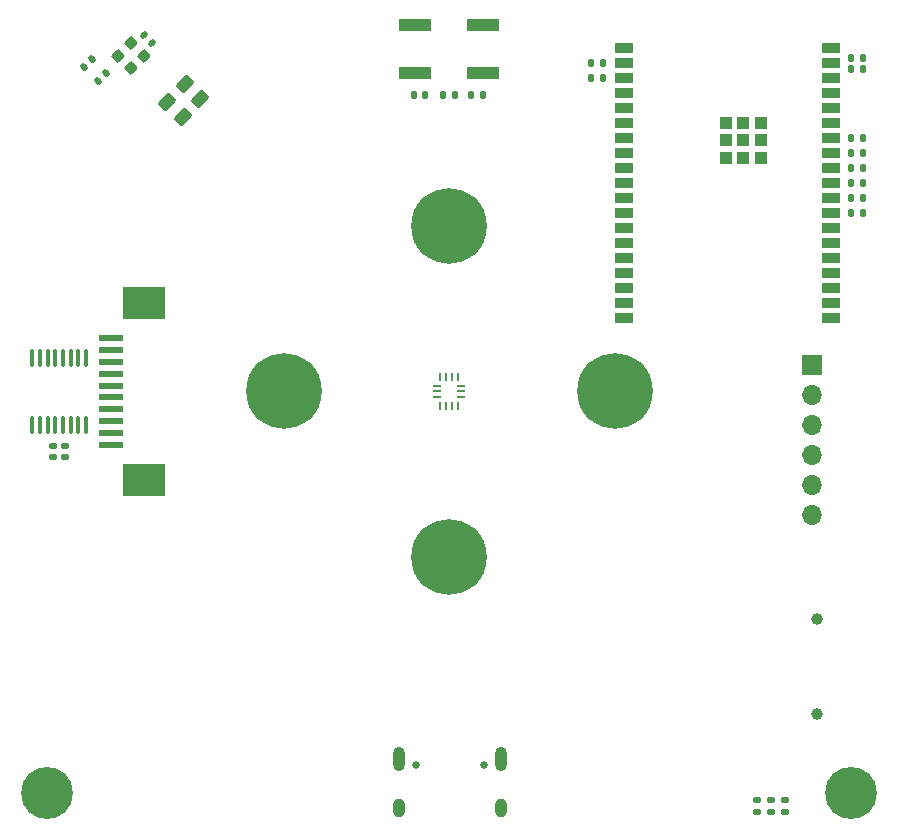
<source format=gbr>
%TF.GenerationSoftware,KiCad,Pcbnew,(6.0.4)*%
%TF.CreationDate,2022-07-20T18:14:02+08:00*%
%TF.ProjectId,SmartKnob_Main,536d6172-744b-46e6-9f62-5f4d61696e2e,rev?*%
%TF.SameCoordinates,Original*%
%TF.FileFunction,Soldermask,Bot*%
%TF.FilePolarity,Negative*%
%FSLAX46Y46*%
G04 Gerber Fmt 4.6, Leading zero omitted, Abs format (unit mm)*
G04 Created by KiCad (PCBNEW (6.0.4)) date 2022-07-20 18:14:02*
%MOMM*%
%LPD*%
G01*
G04 APERTURE LIST*
G04 Aperture macros list*
%AMRoundRect*
0 Rectangle with rounded corners*
0 $1 Rounding radius*
0 $2 $3 $4 $5 $6 $7 $8 $9 X,Y pos of 4 corners*
0 Add a 4 corners polygon primitive as box body*
4,1,4,$2,$3,$4,$5,$6,$7,$8,$9,$2,$3,0*
0 Add four circle primitives for the rounded corners*
1,1,$1+$1,$2,$3*
1,1,$1+$1,$4,$5*
1,1,$1+$1,$6,$7*
1,1,$1+$1,$8,$9*
0 Add four rect primitives between the rounded corners*
20,1,$1+$1,$2,$3,$4,$5,0*
20,1,$1+$1,$4,$5,$6,$7,0*
20,1,$1+$1,$6,$7,$8,$9,0*
20,1,$1+$1,$8,$9,$2,$3,0*%
G04 Aperture macros list end*
%ADD10C,0.800000*%
%ADD11C,6.400000*%
%ADD12C,4.400000*%
%ADD13C,0.700000*%
%ADD14C,1.000000*%
%ADD15C,0.650000*%
%ADD16O,1.000000X1.600000*%
%ADD17O,1.000000X2.100000*%
%ADD18R,1.700000X1.700000*%
%ADD19O,1.700000X1.700000*%
%ADD20RoundRect,0.135000X-0.135000X-0.185000X0.135000X-0.185000X0.135000X0.185000X-0.135000X0.185000X0*%
%ADD21R,1.500000X0.900000*%
%ADD22R,1.050000X1.050000*%
%ADD23RoundRect,0.225000X0.335876X0.017678X0.017678X0.335876X-0.335876X-0.017678X-0.017678X-0.335876X0*%
%ADD24RoundRect,0.140000X-0.170000X0.140000X-0.170000X-0.140000X0.170000X-0.140000X0.170000X0.140000X0*%
%ADD25RoundRect,0.100000X-0.100000X0.637500X-0.100000X-0.637500X0.100000X-0.637500X0.100000X0.637500X0*%
%ADD26RoundRect,0.140000X0.021213X-0.219203X0.219203X-0.021213X-0.021213X0.219203X-0.219203X0.021213X0*%
%ADD27RoundRect,0.250000X0.503814X0.132583X0.132583X0.503814X-0.503814X-0.132583X-0.132583X-0.503814X0*%
%ADD28RoundRect,0.135000X0.135000X0.185000X-0.135000X0.185000X-0.135000X-0.185000X0.135000X-0.185000X0*%
%ADD29RoundRect,0.135000X-0.185000X0.135000X-0.185000X-0.135000X0.185000X-0.135000X0.185000X0.135000X0*%
%ADD30R,2.000000X0.610000*%
%ADD31R,3.600000X2.680000*%
%ADD32R,0.250000X0.675000*%
%ADD33R,0.675000X0.250000*%
%ADD34RoundRect,0.140000X-0.021213X0.219203X-0.219203X0.021213X0.021213X-0.219203X0.219203X-0.021213X0*%
%ADD35RoundRect,0.140000X0.170000X-0.140000X0.170000X0.140000X-0.170000X0.140000X-0.170000X-0.140000X0*%
%ADD36RoundRect,0.140000X0.219203X0.021213X0.021213X0.219203X-0.219203X-0.021213X-0.021213X-0.219203X0*%
%ADD37R,2.750000X1.000000*%
%ADD38RoundRect,0.140000X0.140000X0.170000X-0.140000X0.170000X-0.140000X-0.170000X0.140000X-0.170000X0*%
%ADD39RoundRect,0.140000X-0.140000X-0.170000X0.140000X-0.170000X0.140000X0.170000X-0.140000X0.170000X0*%
G04 APERTURE END LIST*
D10*
%TO.C,H4*%
X171697056Y-79302944D03*
X170000000Y-83400000D03*
X172400000Y-81000000D03*
D11*
X170000000Y-81000000D03*
D10*
X167600000Y-81000000D03*
X171697056Y-82697056D03*
X170000000Y-78600000D03*
X168302944Y-79302944D03*
X168302944Y-82697056D03*
%TD*%
%TO.C,H5*%
X182302944Y-93302944D03*
X185697056Y-93302944D03*
X184000000Y-92600000D03*
X184000000Y-97400000D03*
X185697056Y-96697056D03*
X186400000Y-95000000D03*
D11*
X184000000Y-95000000D03*
D10*
X182302944Y-96697056D03*
X181600000Y-95000000D03*
%TD*%
D12*
%TO.C,H1*%
X203955094Y-129000000D03*
D13*
X202788368Y-127833274D03*
X205605094Y-129000000D03*
X205121820Y-127833274D03*
X203955094Y-127350000D03*
X205121820Y-130166726D03*
X202788368Y-130166726D03*
X202305094Y-129000000D03*
X203955094Y-130650000D03*
%TD*%
%TO.C,H2*%
X134305094Y-129000000D03*
D12*
X135955094Y-129000000D03*
D13*
X137605094Y-129000000D03*
X137121820Y-130166726D03*
X135955094Y-127350000D03*
X137121820Y-127833274D03*
X134788368Y-127833274D03*
X135955094Y-130650000D03*
X134788368Y-130166726D03*
%TD*%
D14*
%TO.C,J2*%
X201075094Y-122275000D03*
X201075094Y-114275000D03*
%TD*%
D10*
%TO.C,H6*%
X157697056Y-93302944D03*
X158400000Y-95000000D03*
X156000000Y-92600000D03*
X156000000Y-97400000D03*
D11*
X156000000Y-95000000D03*
D10*
X154302944Y-93302944D03*
X157697056Y-96697056D03*
X154302944Y-96697056D03*
X153600000Y-95000000D03*
%TD*%
D15*
%TO.C,J1*%
X172940000Y-126595000D03*
X167160000Y-126595000D03*
D16*
X174370000Y-130275000D03*
D17*
X165730000Y-126095000D03*
D16*
X165730000Y-130275000D03*
D17*
X174370000Y-126095000D03*
%TD*%
D18*
%TO.C,J5*%
X200655094Y-92740000D03*
D19*
X200655094Y-95280000D03*
X200655094Y-97820000D03*
X200655094Y-100360000D03*
X200655094Y-102900000D03*
X200655094Y-105440000D03*
%TD*%
D10*
%TO.C,H3*%
X172400000Y-109000000D03*
X171697056Y-107302944D03*
X168302944Y-110697056D03*
X168302944Y-107302944D03*
X171697056Y-110697056D03*
D11*
X170000000Y-109000000D03*
D10*
X170000000Y-106600000D03*
X170000000Y-111400000D03*
X167600000Y-109000000D03*
%TD*%
D20*
%TO.C,R26*%
X204020000Y-73563000D03*
X205040000Y-73563000D03*
%TD*%
D21*
%TO.C,U1*%
X202263000Y-65943000D03*
X202263000Y-67213000D03*
X202263000Y-68483000D03*
X202263000Y-69753000D03*
X202263000Y-71023000D03*
X202263000Y-72293000D03*
X202263000Y-73563000D03*
X202263000Y-74833000D03*
X202263000Y-76103000D03*
X202263000Y-77373000D03*
X202263000Y-78643000D03*
X202263000Y-79913000D03*
X202263000Y-81183000D03*
X202263000Y-82453000D03*
X202263000Y-83723000D03*
X202263000Y-84993000D03*
X202263000Y-86263000D03*
X202263000Y-87533000D03*
X202263000Y-88803000D03*
X184737000Y-88803000D03*
X184737000Y-87533000D03*
X184737000Y-86263000D03*
X184737000Y-84993000D03*
X184737000Y-83723000D03*
X184737000Y-82453000D03*
X184737000Y-81183000D03*
X184737000Y-79913000D03*
X184737000Y-78643000D03*
X184737000Y-77373000D03*
X184737000Y-76103000D03*
X184737000Y-74833000D03*
X184737000Y-73563000D03*
X184737000Y-72293000D03*
X184737000Y-71023000D03*
X184737000Y-69753000D03*
X184737000Y-68483000D03*
X184737000Y-67213000D03*
X184737000Y-65943000D03*
D22*
X194861000Y-75201000D03*
X196341000Y-72241000D03*
X193381000Y-75201000D03*
X194861000Y-73721000D03*
X193381000Y-73721000D03*
X194861000Y-72241000D03*
X193381000Y-72241000D03*
X196341000Y-73721000D03*
X196341000Y-75201000D03*
%TD*%
D23*
%TO.C,C17*%
X143031782Y-67657449D03*
X141935766Y-66561433D03*
%TD*%
D24*
%TO.C,C23*%
X136455091Y-99632498D03*
X136455091Y-100592498D03*
%TD*%
D25*
%TO.C,U11*%
X134680094Y-92137500D03*
X135330094Y-92137500D03*
X135980094Y-92137500D03*
X136630094Y-92137500D03*
X137280094Y-92137500D03*
X137930094Y-92137500D03*
X138580094Y-92137500D03*
X139230094Y-92137500D03*
X139230094Y-97862500D03*
X138580094Y-97862500D03*
X137930094Y-97862500D03*
X137280094Y-97862500D03*
X136630094Y-97862500D03*
X135980094Y-97862500D03*
X135330094Y-97862500D03*
X134680094Y-97862500D03*
%TD*%
D26*
%TO.C,C21*%
X140215683Y-68739411D03*
X140894505Y-68060589D03*
%TD*%
D23*
%TO.C,C15*%
X144131785Y-66557452D03*
X143035769Y-65461436D03*
%TD*%
D27*
%TO.C,NC4*%
X147407006Y-71749832D03*
X146116536Y-70459362D03*
%TD*%
D28*
%TO.C,R23*%
X183020002Y-68482998D03*
X182000002Y-68482998D03*
%TD*%
D20*
%TO.C,R20*%
X204020002Y-77373000D03*
X205040002Y-77373000D03*
%TD*%
D29*
%TO.C,R12*%
X197235094Y-129580000D03*
X197235094Y-130600000D03*
%TD*%
D30*
%TO.C,J4*%
X141305094Y-90500000D03*
X141305094Y-91500000D03*
X141305094Y-92500000D03*
X141305094Y-93500000D03*
X141305094Y-94500000D03*
X141305094Y-95500000D03*
X141305094Y-96500000D03*
X141305094Y-97500000D03*
X141305094Y-98500000D03*
X141305094Y-99500000D03*
D31*
X144105094Y-87510000D03*
X144105094Y-102490000D03*
%TD*%
D28*
%TO.C,R27*%
X205040000Y-74832999D03*
X204020000Y-74832999D03*
%TD*%
%TO.C,R24*%
X183020000Y-67213000D03*
X182000000Y-67213000D03*
%TD*%
D32*
%TO.C,U10*%
X170705094Y-96262500D03*
X170205094Y-96262500D03*
X169705094Y-96262500D03*
X169205094Y-96262500D03*
D33*
X168942594Y-95500000D03*
X168942594Y-95000000D03*
X168942594Y-94500000D03*
D32*
X169205094Y-93737500D03*
X169705094Y-93737500D03*
X170205094Y-93737500D03*
X170705094Y-93737500D03*
D33*
X170967594Y-94500000D03*
X170967594Y-95000000D03*
X170967594Y-95500000D03*
%TD*%
D28*
%TO.C,R4*%
X170465094Y-69900000D03*
X169445094Y-69900000D03*
%TD*%
D24*
%TO.C,C26*%
X137455094Y-99632498D03*
X137455094Y-100592498D03*
%TD*%
D34*
%TO.C,C18*%
X139694505Y-66860589D03*
X139015683Y-67539411D03*
%TD*%
D35*
%TO.C,C12*%
X198390094Y-130570000D03*
X198390094Y-129610000D03*
%TD*%
D20*
%TO.C,R21*%
X204019998Y-79913000D03*
X205039998Y-79913000D03*
%TD*%
D29*
%TO.C,R9*%
X196070094Y-129580000D03*
X196070094Y-130600000D03*
%TD*%
D20*
%TO.C,R1*%
X171845094Y-69900000D03*
X172865094Y-69900000D03*
%TD*%
D36*
%TO.C,C19*%
X144803085Y-65468954D03*
X144124263Y-64790132D03*
%TD*%
D37*
%TO.C,SW1*%
X172835094Y-68000000D03*
X167075094Y-68000000D03*
X167075094Y-64000000D03*
X172835094Y-64000000D03*
%TD*%
D38*
%TO.C,C6*%
X167935094Y-69900000D03*
X166975094Y-69900000D03*
%TD*%
D20*
%TO.C,R25*%
X204020000Y-76100000D03*
X205040000Y-76100000D03*
%TD*%
D39*
%TO.C,C3*%
X204020000Y-67672998D03*
X204980000Y-67672998D03*
%TD*%
D27*
%TO.C,NC3*%
X148891930Y-70264906D03*
X147601460Y-68974436D03*
%TD*%
D39*
%TO.C,C5*%
X204020000Y-66753004D03*
X204980000Y-66753004D03*
%TD*%
D20*
%TO.C,R19*%
X204020002Y-78643000D03*
X205040002Y-78643000D03*
%TD*%
M02*

</source>
